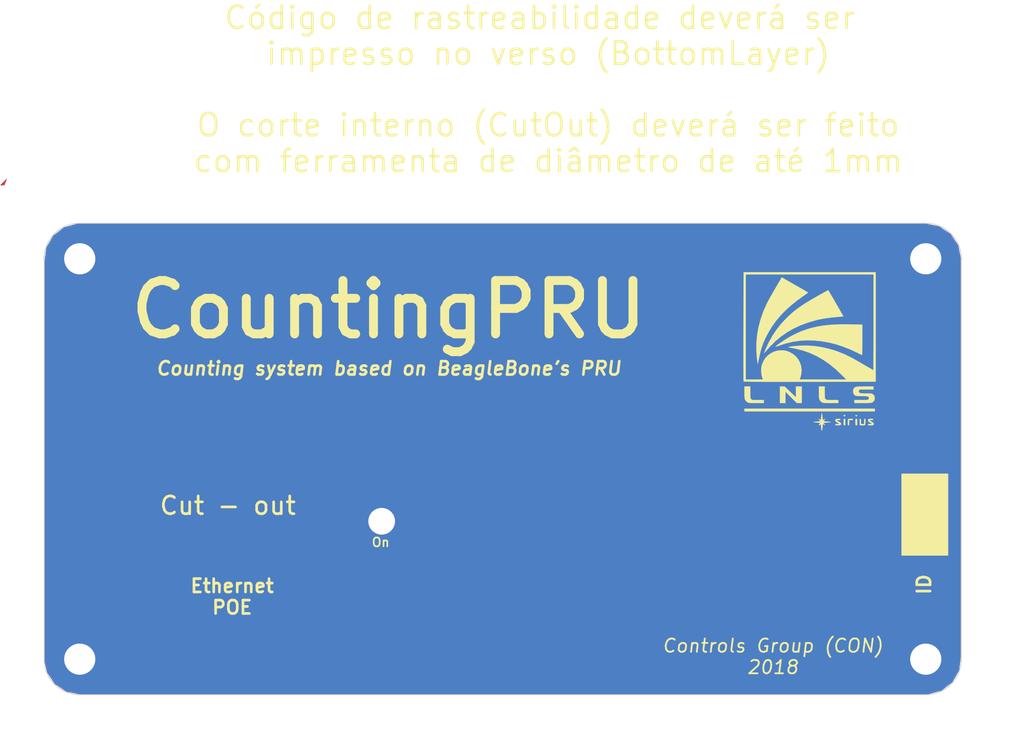
<source format=kicad_pcb>
(kicad_pcb (version 4) (host pcbnew 4.0.7-e2-6376~58~ubuntu16.04.1)

  (general
    (links 4)
    (no_connects 0)
    (area 143.5354 26.957 258.546601 110.337601)
    (thickness 1.6)
    (drawings 20)
    (tracks 0)
    (zones 0)
    (modules 6)
    (nets 2)
  )

  (page A4)
  (layers
    (0 F.Cu signal)
    (31 B.Cu signal)
    (32 B.Adhes user)
    (33 F.Adhes user)
    (34 B.Paste user)
    (35 F.Paste user)
    (36 B.SilkS user)
    (37 F.SilkS user)
    (38 B.Mask user)
    (39 F.Mask user)
    (40 Dwgs.User user)
    (41 Cmts.User user)
    (42 Eco1.User user)
    (43 Eco2.User user)
    (44 Edge.Cuts user)
    (45 Margin user)
    (46 B.CrtYd user)
    (47 F.CrtYd user)
    (48 B.Fab user)
    (49 F.Fab user)
  )

  (setup
    (last_trace_width 0.25)
    (trace_clearance 0.05)
    (zone_clearance 0)
    (zone_45_only yes)
    (trace_min 0.2)
    (segment_width 0.2)
    (edge_width 0.2)
    (via_size 0.6)
    (via_drill 0.4)
    (via_min_size 0.4)
    (via_min_drill 0.3)
    (uvia_size 0.3)
    (uvia_drill 0.1)
    (uvias_allowed no)
    (uvia_min_size 0.2)
    (uvia_min_drill 0.1)
    (pcb_text_width 0.3)
    (pcb_text_size 1.5 1.5)
    (mod_edge_width 0.15)
    (mod_text_size 1 1)
    (mod_text_width 0.15)
    (pad_size 3 3)
    (pad_drill 3)
    (pad_to_mask_clearance 0.2)
    (aux_axis_origin 0 0)
    (visible_elements FFFFF77F)
    (pcbplotparams
      (layerselection 0x3ffff_80000001)
      (usegerberextensions false)
      (excludeedgelayer true)
      (linewidth 0.100000)
      (plotframeref false)
      (viasonmask false)
      (mode 1)
      (useauxorigin false)
      (hpglpennumber 1)
      (hpglpenspeed 20)
      (hpglpendiameter 15)
      (hpglpenoverlay 2)
      (psnegative false)
      (psa4output false)
      (plotreference true)
      (plotvalue true)
      (plotinvisibletext false)
      (padsonsilk false)
      (subtractmaskfromsilk false)
      (outputformat 1)
      (mirror false)
      (drillshape 0)
      (scaleselection 1)
      (outputdirectory "gerber led/"))
  )

  (net 0 "")
  (net 1 GND)

  (net_class Default "This is the default net class."
    (clearance 0.05)
    (trace_width 0.25)
    (via_dia 0.6)
    (via_drill 0.4)
    (uvia_dia 0.3)
    (uvia_drill 0.1)
    (add_net GND)
  )

  (module Mounting_Holes:MountingHole_5mm_Pad (layer F.Cu) (tedit 5A980556) (tstamp 5A97F804)
    (at 152.4911 101.0036)
    (descr "Mounting Hole 5mm")
    (tags "mounting hole 5mm")
    (attr virtual)
    (fp_text reference "" (at 0 -6) (layer F.SilkS)
      (effects (font (size 1 1) (thickness 0.15)))
    )
    (fp_text value "" (at 0 6) (layer F.Fab)
      (effects (font (size 1 1) (thickness 0.15)))
    )
    (fp_text user %R (at 0.3 0) (layer F.Fab)
      (effects (font (size 1 1) (thickness 0.15)))
    )
    (pad 1 thru_hole circle (at 0 0) (size 6 6) (drill 3.5) (layers *.Cu *.Mask)
      (net 1 GND))
  )

  (module Mounting_Holes:MountingHole_5mm_Pad (layer F.Cu) (tedit 5A980567) (tstamp 5A97F7FE)
    (at 247.5111 101.0036)
    (descr "Mounting Hole 5mm")
    (tags "mounting hole 5mm")
    (attr virtual)
    (fp_text reference "" (at 0 -6) (layer F.SilkS)
      (effects (font (size 1 1) (thickness 0.15)))
    )
    (fp_text value "" (at 0 6) (layer F.Fab)
      (effects (font (size 1 1) (thickness 0.15)))
    )
    (fp_text user %R (at 0.3 0) (layer F.Fab)
      (effects (font (size 1 1) (thickness 0.15)))
    )
    (pad 1 thru_hole circle (at 0 0) (size 6 6) (drill 3.5) (layers *.Cu *.Mask)
      (net 1 GND))
  )

  (module Mounting_Holes:MountingHole_5mm_Pad (layer F.Cu) (tedit 5A980571) (tstamp 5A97F7F7)
    (at 247.5111 56.0036)
    (descr "Mounting Hole 5mm")
    (tags "mounting hole 5mm")
    (attr virtual)
    (fp_text reference "" (at 0 -6) (layer F.SilkS)
      (effects (font (size 1 1) (thickness 0.15)))
    )
    (fp_text value "" (at 0 6) (layer F.Fab)
      (effects (font (size 1 1) (thickness 0.15)))
    )
    (fp_text user %R (at 0.3 0) (layer F.Fab)
      (effects (font (size 1 1) (thickness 0.15)))
    )
    (pad 1 thru_hole circle (at 0 0) (size 6 6) (drill 3.5) (layers *.Cu *.Mask)
      (net 1 GND))
  )

  (module Mounting_Holes:MountingHole_5mm_Pad (layer F.Cu) (tedit 5B560830) (tstamp 5A97F799)
    (at 186.4011 85.5036)
    (descr "Mounting Hole 5mm")
    (tags "mounting hole 5mm")
    (attr virtual)
    (fp_text reference "" (at 0 -6) (layer F.SilkS)
      (effects (font (size 1 1) (thickness 0.15)))
    )
    (fp_text value "" (at 0 6) (layer F.Fab)
      (effects (font (size 1 1) (thickness 0.15)))
    )
    (fp_text user %R (at 0.3 0) (layer F.Fab)
      (effects (font (size 1 1) (thickness 0.15)))
    )
    (pad 1 thru_hole circle (at 0 0) (size 3 3) (drill 3) (layers *.Cu *.Mask)
      (net 1 GND))
  )

  (module Mounting_Holes:MountingHole_5mm_Pad (layer F.Cu) (tedit 5A980543) (tstamp 5A97F765)
    (at 152.4911 56.0036)
    (descr "Mounting Hole 5mm")
    (tags "mounting hole 5mm")
    (attr virtual)
    (fp_text reference "" (at 0 -6) (layer F.SilkS)
      (effects (font (size 1 1) (thickness 0.15)))
    )
    (fp_text value "" (at 0 6) (layer F.Fab)
      (effects (font (size 1 1) (thickness 0.15)))
    )
    (fp_text user %R (at 0.3 0) (layer F.Fab)
      (effects (font (size 1 1) (thickness 0.15)))
    )
    (pad 1 thru_hole circle (at 0 0) (size 6 6) (drill 3.5) (layers *.Cu *.Mask)
      (net 1 GND))
  )

  (module Controle:LNLS_LOGO_Silk (layer F.Cu) (tedit 0) (tstamp 5A980655)
    (at 234.4928 66.167)
    (fp_text reference G*** (at 0 0) (layer F.SilkS) hide
      (effects (font (thickness 0.3)))
    )
    (fp_text value LOGO (at 0.75 0) (layer F.SilkS) hide
      (effects (font (thickness 0.3)))
    )
    (fp_poly (pts (xy 1.364287 7.214795) (xy 1.369937 7.235488) (xy 1.38786 7.326207) (xy 1.407997 7.465123)
      (xy 1.426056 7.622552) (xy 1.426423 7.626257) (xy 1.442664 7.770152) (xy 1.459204 7.883088)
      (xy 1.472737 7.942875) (xy 1.473941 7.945323) (xy 1.511517 7.943959) (xy 1.577803 7.897841)
      (xy 1.586584 7.88981) (xy 1.667171 7.831416) (xy 1.706132 7.83328) (xy 1.693749 7.884314)
      (xy 1.641231 7.952153) (xy 1.586563 8.023599) (xy 1.572479 8.071078) (xy 1.574706 8.074501)
      (xy 1.622047 8.088456) (xy 1.729177 8.105752) (xy 1.877961 8.123742) (xy 1.981912 8.133968)
      (xy 2.189872 8.153713) (xy 2.323016 8.169446) (xy 2.384486 8.182652) (xy 2.377427 8.19481)
      (xy 2.304981 8.207405) (xy 2.170292 8.221917) (xy 2.168769 8.222065) (xy 1.995103 8.239439)
      (xy 1.82101 8.257764) (xy 1.70626 8.270549) (xy 1.517289 8.292564) (xy 1.625257 8.405259)
      (xy 1.692237 8.491092) (xy 1.705054 8.540823) (xy 1.669727 8.543612) (xy 1.592272 8.488621)
      (xy 1.583481 8.480505) (xy 1.53058 8.434908) (xy 1.494411 8.422849) (xy 1.470076 8.454153)
      (xy 1.452677 8.538645) (xy 1.437317 8.686149) (xy 1.428473 8.791455) (xy 1.40698 8.976987)
      (xy 1.379105 9.092732) (xy 1.345891 9.135825) (xy 1.312419 9.11033) (xy 1.297841 9.054402)
      (xy 1.281498 8.942141) (xy 1.266397 8.795222) (xy 1.263139 8.755232) (xy 1.247231 8.586215)
      (xy 1.228552 8.486962) (xy 1.202852 8.449098) (xy 1.16588 8.464248) (xy 1.133231 8.49923)
      (xy 1.076821 8.548354) (xy 1.050292 8.557846) (xy 1.016907 8.532223) (xy 1.028649 8.470816)
      (xy 1.079358 8.396812) (xy 1.097885 8.378623) (xy 1.179769 8.304518) (xy 1.088115 8.278769)
      (xy 0.994294 8.262147) (xy 0.862862 8.249841) (xy 0.801077 8.246873) (xy 0.646188 8.236525)
      (xy 0.492865 8.217983) (xy 0.449385 8.210515) (xy 0.372355 8.194468) (xy 0.348454 8.183148)
      (xy 0.384742 8.173081) (xy 0.488276 8.160792) (xy 0.566615 8.152815) (xy 0.735889 8.135185)
      (xy 0.901507 8.116932) (xy 1.010617 8.104072) (xy 1.181081 8.082818) (xy 1.072082 7.969047)
      (xy 1.005384 7.883719) (xy 0.991127 7.832892) (xy 1.023981 7.827783) (xy 1.098616 7.879611)
      (xy 1.109724 7.88981) (xy 1.177596 7.940502) (xy 1.219525 7.94796) (xy 1.221672 7.945323)
      (xy 1.234984 7.892217) (xy 1.25152 7.785265) (xy 1.266441 7.659076) (xy 1.284416 7.500964)
      (xy 1.303964 7.352871) (xy 1.31721 7.268307) (xy 1.334407 7.180892) (xy 1.347121 7.164909)
      (xy 1.364287 7.214795)) (layer F.SilkS) (width 0.01))
    (fp_poly (pts (xy 3.327469 7.817974) (xy 3.401775 7.829448) (xy 3.43301 7.855364) (xy 3.438769 7.893538)
      (xy 3.429826 7.937936) (xy 3.390871 7.961541) (xy 3.303714 7.970698) (xy 3.214077 7.971905)
      (xy 2.989385 7.972119) (xy 3.253154 8.130378) (xy 3.396533 8.222537) (xy 3.479813 8.293401)
      (xy 3.514277 8.353493) (xy 3.516923 8.376349) (xy 3.502315 8.462341) (xy 3.450265 8.517264)
      (xy 3.348436 8.547025) (xy 3.184491 8.557531) (xy 3.137877 8.557846) (xy 2.990445 8.555901)
      (xy 2.904734 8.547073) (xy 2.864346 8.526869) (xy 2.852884 8.490797) (xy 2.852615 8.479692)
      (xy 2.860882 8.436712) (xy 2.897387 8.413039) (xy 2.979692 8.403016) (xy 3.096846 8.401007)
      (xy 3.341077 8.400477) (xy 3.096846 8.255715) (xy 2.964678 8.172151) (xy 2.889366 8.108032)
      (xy 2.857084 8.049452) (xy 2.852615 8.01006) (xy 2.868143 7.913587) (xy 2.923111 7.853788)
      (xy 3.030101 7.82346) (xy 3.192585 7.815384) (xy 3.327469 7.817974)) (layer F.SilkS) (width 0.01))
    (fp_poly (pts (xy 3.933411 7.817962) (xy 3.961954 7.835455) (xy 3.977635 7.882504) (xy 3.984307 7.973746)
      (xy 3.985821 8.123821) (xy 3.985846 8.186615) (xy 3.985168 8.358593) (xy 3.980564 8.467056)
      (xy 3.968183 8.526644) (xy 3.944172 8.551996) (xy 3.904678 8.557752) (xy 3.888154 8.557846)
      (xy 3.842896 8.555268) (xy 3.814353 8.537774) (xy 3.798672 8.490726) (xy 3.792001 8.399484)
      (xy 3.790486 8.249409) (xy 3.790461 8.186615) (xy 3.79114 8.014637) (xy 3.795743 7.906174)
      (xy 3.808124 7.846586) (xy 3.832136 7.821233) (xy 3.871629 7.815478) (xy 3.888154 7.815384)
      (xy 3.933411 7.817962)) (layer F.SilkS) (width 0.01))
    (fp_poly (pts (xy 4.734238 7.817974) (xy 4.808545 7.829448) (xy 4.839779 7.855364) (xy 4.845538 7.893538)
      (xy 4.83621 7.938703) (xy 4.795876 7.962231) (xy 4.706016 7.970858) (xy 4.630615 7.971692)
      (xy 4.415692 7.971692) (xy 4.415692 8.264769) (xy 4.413846 8.414615) (xy 4.405429 8.502536)
      (xy 4.386122 8.544728) (xy 4.351607 8.557386) (xy 4.337538 8.557846) (xy 4.299171 8.551532)
      (xy 4.275907 8.522288) (xy 4.264023 8.45466) (xy 4.259796 8.333196) (xy 4.259385 8.233507)
      (xy 4.265283 8.052362) (xy 4.2819 7.923926) (xy 4.306277 7.862276) (xy 4.369803 7.836708)
      (xy 4.4867 7.819891) (xy 4.599354 7.815384) (xy 4.734238 7.817974)) (layer F.SilkS) (width 0.01))
    (fp_poly (pts (xy 5.262026 7.817962) (xy 5.290569 7.835455) (xy 5.306251 7.882504) (xy 5.312922 7.973746)
      (xy 5.314437 8.123821) (xy 5.314461 8.186615) (xy 5.313783 8.358593) (xy 5.309179 8.467056)
      (xy 5.296798 8.526644) (xy 5.272787 8.551996) (xy 5.233294 8.557752) (xy 5.216769 8.557846)
      (xy 5.171512 8.555268) (xy 5.142969 8.537774) (xy 5.127288 8.490726) (xy 5.120616 8.399484)
      (xy 5.119102 8.249409) (xy 5.119077 8.186615) (xy 5.119755 8.014637) (xy 5.124359 7.906174)
      (xy 5.13674 7.846586) (xy 5.160751 7.821233) (xy 5.200244 7.815478) (xy 5.216769 7.815384)
      (xy 5.262026 7.817962)) (layer F.SilkS) (width 0.01))
    (fp_poly (pts (xy 6.212521 7.821698) (xy 6.235785 7.850942) (xy 6.247669 7.91857) (xy 6.251896 8.040033)
      (xy 6.252308 8.139723) (xy 6.246409 8.320868) (xy 6.229792 8.449304) (xy 6.205415 8.510953)
      (xy 6.146323 8.533101) (xy 6.03652 8.548859) (xy 5.902108 8.557308) (xy 5.769189 8.557526)
      (xy 5.663863 8.548596) (xy 5.614051 8.531794) (xy 5.602392 8.483406) (xy 5.593429 8.376289)
      (xy 5.588523 8.229856) (xy 5.588 8.160564) (xy 5.589352 7.995317) (xy 5.595676 7.893202)
      (xy 5.610367 7.839211) (xy 5.636824 7.818336) (xy 5.666154 7.815384) (xy 5.706113 7.822306)
      (xy 5.729558 7.85387) (xy 5.74081 7.926271) (xy 5.744185 8.055705) (xy 5.744308 8.108461)
      (xy 5.744308 8.401538) (xy 6.096 8.401538) (xy 6.096 8.108461) (xy 6.097846 7.958614)
      (xy 6.106263 7.870693) (xy 6.12557 7.828502) (xy 6.160086 7.815844) (xy 6.174154 7.815384)
      (xy 6.212521 7.821698)) (layer F.SilkS) (width 0.01))
    (fp_poly (pts (xy 7.0007 7.817974) (xy 7.075006 7.829448) (xy 7.10624 7.855364) (xy 7.112 7.893538)
      (xy 7.103057 7.937936) (xy 7.064102 7.961541) (xy 6.976945 7.970698) (xy 6.887308 7.971905)
      (xy 6.662615 7.972119) (xy 6.926385 8.130378) (xy 7.069764 8.222537) (xy 7.153044 8.293401)
      (xy 7.187508 8.353493) (xy 7.190154 8.376349) (xy 7.175545 8.462341) (xy 7.123495 8.517264)
      (xy 7.021667 8.547025) (xy 6.857722 8.557531) (xy 6.811108 8.557846) (xy 6.663676 8.555901)
      (xy 6.577964 8.547073) (xy 6.537576 8.526869) (xy 6.526115 8.490797) (xy 6.525846 8.479692)
      (xy 6.534112 8.436712) (xy 6.570618 8.413039) (xy 6.652923 8.403016) (xy 6.770077 8.401007)
      (xy 7.014308 8.400477) (xy 6.770077 8.255715) (xy 6.637909 8.172151) (xy 6.562597 8.108032)
      (xy 6.530315 8.049452) (xy 6.525846 8.01006) (xy 6.541373 7.913587) (xy 6.596342 7.853788)
      (xy 6.703332 7.82346) (xy 6.865815 7.815384) (xy 7.0007 7.817974)) (layer F.SilkS) (width 0.01))
    (fp_poly (pts (xy 0.976923 7.756769) (xy 0.957385 7.776307) (xy 0.937846 7.756769) (xy 0.957385 7.73723)
      (xy 0.976923 7.756769)) (layer F.SilkS) (width 0.01))
    (fp_poly (pts (xy 3.96476 7.403855) (xy 3.985846 7.463692) (xy 3.96295 7.524977) (xy 3.888154 7.541846)
      (xy 3.811547 7.523529) (xy 3.790461 7.463692) (xy 3.813358 7.402406) (xy 3.888154 7.385538)
      (xy 3.96476 7.403855)) (layer F.SilkS) (width 0.01))
    (fp_poly (pts (xy 5.293376 7.403855) (xy 5.314461 7.463692) (xy 5.291565 7.524977) (xy 5.216769 7.541846)
      (xy 5.140162 7.523529) (xy 5.119077 7.463692) (xy 5.141973 7.402406) (xy 5.216769 7.385538)
      (xy 5.293376 7.403855)) (layer F.SilkS) (width 0.01))
    (fp_poly (pts (xy 7.307385 6.994769) (xy -7.346462 6.994769) (xy -7.346462 6.682153) (xy 7.307385 6.682153)
      (xy 7.307385 6.994769)) (layer F.SilkS) (width 0.01))
    (fp_poly (pts (xy -6.682154 4.847314) (xy -6.682425 5.127233) (xy -6.676852 5.338666) (xy -6.655856 5.491193)
      (xy -6.609858 5.594394) (xy -6.529277 5.657848) (xy -6.404535 5.691135) (xy -6.226052 5.703833)
      (xy -5.984248 5.705523) (xy -5.824238 5.70523) (xy -5.158154 5.70523) (xy -5.158154 6.056923)
      (xy -5.990028 6.056923) (xy -6.267895 6.056482) (xy -6.47961 6.054461) (xy -6.63717 6.049811)
      (xy -6.752576 6.041483) (xy -6.837826 6.02843) (xy -6.904919 6.009602) (xy -6.965855 5.983952)
      (xy -6.996259 5.969) (xy -7.145481 5.867041) (xy -7.249932 5.72337) (xy -7.258539 5.70672)
      (xy -7.290773 5.637245) (xy -7.314034 5.567052) (xy -7.32977 5.482154) (xy -7.339426 5.36857)
      (xy -7.344449 5.212315) (xy -7.346285 4.999405) (xy -7.346462 4.856796) (xy -7.346462 4.18123)
      (xy -6.682154 4.18123) (xy -6.682154 4.847314)) (layer F.SilkS) (width 0.01))
    (fp_poly (pts (xy -0.898769 6.056923) (xy -1.464522 6.056923) (xy -2.099953 5.422367) (xy -2.735385 4.787811)
      (xy -2.735385 6.056923) (xy -3.360615 6.056923) (xy -3.360615 4.18123) (xy -3.096846 4.182116)
      (xy -2.833077 4.183003) (xy -1.563077 5.399827) (xy -1.563077 4.18123) (xy -0.898769 4.18123)
      (xy -0.898769 6.056923)) (layer F.SilkS) (width 0.01))
    (fp_poly (pts (xy 1.680308 4.847314) (xy 1.680667 5.090149) (xy 1.682798 5.267373) (xy 1.688279 5.391531)
      (xy 1.698689 5.475167) (xy 1.715607 5.530823) (xy 1.740612 5.571044) (xy 1.775284 5.608374)
      (xy 1.776224 5.609314) (xy 1.813636 5.644231) (xy 1.853646 5.669444) (xy 1.908798 5.686534)
      (xy 1.991635 5.697078) (xy 2.114702 5.702656) (xy 2.290541 5.704847) (xy 2.531696 5.70523)
      (xy 3.204308 5.70523) (xy 3.204308 6.056923) (xy 2.372434 6.056923) (xy 2.094566 6.056482)
      (xy 1.882852 6.054461) (xy 1.725291 6.049811) (xy 1.609886 6.041483) (xy 1.524636 6.02843)
      (xy 1.457542 6.009602) (xy 1.396607 5.983952) (xy 1.366203 5.969) (xy 1.216981 5.867041)
      (xy 1.112529 5.72337) (xy 1.103923 5.70672) (xy 1.071689 5.637245) (xy 1.048427 5.567052)
      (xy 1.032692 5.482154) (xy 1.023036 5.36857) (xy 1.018013 5.212315) (xy 1.016176 4.999405)
      (xy 1.016 4.856796) (xy 1.016 4.18123) (xy 1.680308 4.18123) (xy 1.680308 4.847314)) (layer F.SilkS) (width 0.01))
    (fp_poly (pts (xy 7.151077 4.532923) (xy 5.589802 4.532923) (xy 5.527508 4.627994) (xy 5.492442 4.739362)
      (xy 5.529325 4.840732) (xy 5.632087 4.917541) (xy 5.651535 4.925562) (xy 5.724185 4.938672)
      (xy 5.858443 4.949778) (xy 6.03777 4.957986) (xy 6.245629 4.962403) (xy 6.342775 4.962915)
      (xy 6.576338 4.964018) (xy 6.74613 4.968241) (xy 6.866517 4.977154) (xy 6.951864 4.992329)
      (xy 7.01654 5.015335) (xy 7.065505 5.041924) (xy 7.19788 5.165042) (xy 7.278549 5.328998)
      (xy 7.303122 5.512428) (xy 7.267208 5.693967) (xy 7.218682 5.787375) (xy 7.161585 5.866431)
      (xy 7.101662 5.928354) (xy 7.028969 5.975224) (xy 6.933561 6.009121) (xy 6.805493 6.032122)
      (xy 6.634823 6.046309) (xy 6.411604 6.05376) (xy 6.125893 6.056555) (xy 5.929923 6.056862)
      (xy 5.001846 6.056923) (xy 5.001846 5.70523) (xy 5.75779 5.70523) (xy 6.021521 5.704621)
      (xy 6.218186 5.70215) (xy 6.358866 5.696852) (xy 6.454643 5.687762) (xy 6.516599 5.673915)
      (xy 6.555816 5.654347) (xy 6.578405 5.633769) (xy 6.636508 5.523833) (xy 6.624101 5.414954)
      (xy 6.556228 5.336215) (xy 6.50673 5.312108) (xy 6.430062 5.295015) (xy 6.314211 5.283901)
      (xy 6.147161 5.277728) (xy 5.916899 5.275462) (xy 5.850903 5.275384) (xy 5.579027 5.272982)
      (xy 5.373023 5.26362) (xy 5.220699 5.244069) (xy 5.109862 5.211097) (xy 5.028318 5.161473)
      (xy 4.963876 5.091966) (xy 4.92211 5.029256) (xy 4.860707 4.864272) (xy 4.849104 4.675259)
      (xy 4.887466 4.496776) (xy 4.919225 4.432103) (xy 4.968871 4.359156) (xy 5.024941 4.301815)
      (xy 5.096981 4.258221) (xy 5.19454 4.226518) (xy 5.327166 4.20485) (xy 5.504406 4.19136)
      (xy 5.735808 4.184192) (xy 6.030921 4.181488) (xy 6.209367 4.18123) (xy 7.151077 4.18123)
      (xy 7.151077 4.532923)) (layer F.SilkS) (width 0.01))
    (fp_poly (pts (xy 7.405077 3.653692) (xy -0.010957 3.663562) (xy -0.936873 3.664703) (xy -1.787446 3.665549)
      (xy -2.565485 3.666086) (xy -3.273799 3.666298) (xy -3.9152 3.66617) (xy -4.492496 3.665689)
      (xy -5.008496 3.664839) (xy -5.466012 3.663605) (xy -5.867853 3.661973) (xy -6.216827 3.659928)
      (xy -6.515746 3.657455) (xy -6.767419 3.654539) (xy -6.974655 3.651166) (xy -7.140265 3.64732)
      (xy -7.267058 3.642988) (xy -7.357843 3.638154) (xy -7.415431 3.632803) (xy -7.442632 3.626921)
      (xy -7.445608 3.624485) (xy -7.447632 3.580551) (xy -7.449468 3.462691) (xy -7.451111 3.27513)
      (xy -7.452555 3.022096) (xy -7.453794 2.707815) (xy -7.454822 2.336513) (xy -7.455633 1.912419)
      (xy -7.456222 1.439757) (xy -7.456582 0.922756) (xy -7.456708 0.365642) (xy -7.456593 -0.22736)
      (xy -7.456233 -0.852021) (xy -7.45562 -1.504115) (xy -7.454749 -2.179416) (xy -7.45419 -2.54)
      (xy -7.444571 -8.401539) (xy -7.190154 -8.401539) (xy -7.190154 3.399692) (xy -6.232769 3.399692)
      (xy -5.968539 3.399258) (xy -5.732246 3.398039) (xy -5.534459 3.396158) (xy -5.385749 3.393737)
      (xy -5.296683 3.3909) (xy -5.275385 3.388568) (xy -5.287711 3.349064) (xy -5.319874 3.256961)
      (xy -5.360501 3.144337) (xy -5.424266 2.900854) (xy -5.460591 2.612609) (xy -5.468745 2.308288)
      (xy -5.447997 2.016577) (xy -5.397616 1.766163) (xy -5.395779 1.760049) (xy -5.239485 1.372098)
      (xy -5.02282 1.025841) (xy -4.753333 0.726974) (xy -4.438574 0.481195) (xy -4.086092 0.2942)
      (xy -3.703437 0.171685) (xy -3.298158 0.119348) (xy -3.219411 0.117808) (xy -2.904822 0.132754)
      (xy -2.628679 0.184244) (xy -2.356743 0.280103) (xy -2.207846 0.348989) (xy -1.844385 0.569215)
      (xy -1.535707 0.841101) (xy -1.285678 1.157526) (xy -1.098159 1.51137) (xy -0.977016 1.895511)
      (xy -0.926112 2.302829) (xy -0.943118 2.679916) (xy -0.972721 2.859882) (xy -1.014218 3.041174)
      (xy -1.056606 3.178657) (xy -1.098683 3.290969) (xy -1.126508 3.368325) (xy -1.133211 3.389923)
      (xy -1.095206 3.391585) (xy -0.985454 3.393159) (xy -0.810363 3.394619) (xy -0.576341 3.395942)
      (xy -0.289795 3.397104) (xy 0.042867 3.39808) (xy 0.415237 3.398847) (xy 0.820909 3.399381)
      (xy 1.253475 3.399658) (xy 1.471783 3.399692) (xy 4.076797 3.399692) (xy 3.591706 2.907758)
      (xy 2.911478 2.263027) (xy 2.216749 1.694352) (xy 1.505605 1.200657) (xy 0.776132 0.780864)
      (xy 0.026417 0.433897) (xy -0.745455 0.158677) (xy -1.541397 -0.045872) (xy -1.719385 -0.081394)
      (xy -1.937685 -0.123384) (xy -2.131563 -0.161841) (xy -2.286897 -0.193872) (xy -2.389563 -0.216582)
      (xy -2.422769 -0.225474) (xy -2.424982 -0.242774) (xy -2.357953 -0.26417) (xy -2.230413 -0.288425)
      (xy -2.051091 -0.314304) (xy -1.828719 -0.340569) (xy -1.572026 -0.365984) (xy -1.289743 -0.389314)
      (xy -1.239956 -0.392975) (xy -0.392436 -0.415889) (xy 0.466554 -0.364475) (xy 1.32999 -0.240344)
      (xy 2.19085 -0.045102) (xy 3.04211 0.219643) (xy 3.876748 0.552281) (xy 4.68774 0.951206)
      (xy 4.729365 0.97386) (xy 4.900041 1.068571) (xy 5.122508 1.194084) (xy 5.381228 1.341517)
      (xy 5.660662 1.501986) (xy 5.945274 1.666609) (xy 6.162432 1.793099) (xy 6.408117 1.936252)
      (xy 6.631571 2.065584) (xy 6.823997 2.176074) (xy 6.976598 2.262699) (xy 7.080576 2.320438)
      (xy 7.127136 2.344269) (xy 7.128528 2.344615) (xy 7.13122 2.306282) (xy 7.133819 2.194256)
      (xy 7.136308 2.013) (xy 7.138669 1.766974) (xy 7.140881 1.460642) (xy 7.142927 1.098463)
      (xy 7.144788 0.684899) (xy 7.146444 0.224413) (xy 7.147878 -0.278534) (xy 7.149071 -0.819481)
      (xy 7.150004 -1.393967) (xy 7.150657 -1.997528) (xy 7.151014 -2.625705) (xy 7.151077 -3.028462)
      (xy 7.151077 -8.401539) (xy -7.190154 -8.401539) (xy -7.444571 -8.401539) (xy -7.444154 -8.655539)
      (xy 7.405077 -8.655539) (xy 7.405077 3.653692)) (layer F.SilkS) (width 0.01))
    (fp_poly (pts (xy -3.029847 -8.013203) (xy -2.958267 -7.970998) (xy -2.828937 -7.895832) (xy -2.651966 -7.793509)
      (xy -2.437465 -7.669836) (xy -2.195543 -7.53062) (xy -1.936311 -7.381665) (xy -1.669878 -7.228779)
      (xy -1.406354 -7.077767) (xy -1.15585 -6.934435) (xy -0.928475 -6.804591) (xy -0.734339 -6.69404)
      (xy -0.615528 -6.626656) (xy -0.455103 -6.534078) (xy -0.322934 -6.454316) (xy -0.232087 -6.395507)
      (xy -0.195629 -6.365792) (xy -0.195451 -6.364994) (xy -0.225898 -6.335258) (xy -0.309229 -6.271027)
      (xy -0.43335 -6.181232) (xy -0.586167 -6.074806) (xy -0.615462 -6.054796) (xy -1.386469 -5.502773)
      (xy -2.084122 -4.945683) (xy -2.713221 -4.378384) (xy -3.278565 -3.795732) (xy -3.784954 -3.192583)
      (xy -4.237188 -2.563796) (xy -4.640066 -1.904225) (xy -4.843614 -1.524) (xy -5.058874 -1.08115)
      (xy -5.23821 -0.661742) (xy -5.38906 -0.243876) (xy -5.518861 0.194347) (xy -5.635052 0.674826)
      (xy -5.705556 1.013868) (xy -5.75986 1.282454) (xy -5.802053 1.476242) (xy -5.832737 1.597545)
      (xy -5.852513 1.648677) (xy -5.861983 1.631952) (xy -5.862778 1.618435) (xy -5.868673 1.566675)
      (xy -5.883566 1.455936) (xy -5.904943 1.304541) (xy -5.921295 1.191846) (xy -5.942936 1.01258)
      (xy -5.964257 0.780034) (xy -5.98333 0.519065) (xy -5.998224 0.25453) (xy -6.003204 0.136769)
      (xy -5.997525 -0.761071) (xy -5.914041 -1.655805) (xy -5.753082 -2.546141) (xy -5.514976 -3.430784)
      (xy -5.200053 -4.308441) (xy -4.80864 -5.177819) (xy -4.507235 -5.748829) (xy -4.409193 -5.922284)
      (xy -4.28059 -6.147043) (xy -4.130647 -6.407141) (xy -3.96859 -6.686613) (xy -3.80364 -6.969494)
      (xy -3.689994 -7.163373) (xy -3.148463 -8.084935) (xy -3.029847 -8.013203)) (layer F.SilkS) (width 0.01))
    (fp_poly (pts (xy 4.504447 -2.798666) (xy 4.713065 -2.794214) (xy 5.900615 -2.765485) (xy 5.900615 -1.050589)
      (xy 5.89997 -0.693121) (xy 5.898125 -0.361043) (xy 5.895214 -0.062231) (xy 5.891373 0.195439)
      (xy 5.886737 0.40409) (xy 5.88144 0.555845) (xy 5.875617 0.642827) (xy 5.871308 0.660958)
      (xy 5.826968 0.643015) (xy 5.727489 0.59654) (xy 5.587371 0.528471) (xy 5.421116 0.445749)
      (xy 5.412154 0.44124) (xy 4.562649 0.041877) (xy 3.734848 -0.288667) (xy 2.919088 -0.553159)
      (xy 2.105708 -0.754364) (xy 1.285044 -0.895047) (xy 0.455981 -0.97742) (xy -0.342453 -0.997117)
      (xy -1.125824 -0.949298) (xy -1.904715 -0.832414) (xy -2.689712 -0.644918) (xy -3.421321 -0.410544)
      (xy -3.584752 -0.354627) (xy -3.722025 -0.312285) (xy -3.815898 -0.288566) (xy -3.8471 -0.285906)
      (xy -3.842909 -0.314364) (xy -3.780445 -0.377254) (xy -3.668383 -0.468687) (xy -3.515399 -0.582775)
      (xy -3.33017 -0.713629) (xy -3.121371 -0.85536) (xy -2.897678 -1.00208) (xy -2.667769 -1.1479)
      (xy -2.440317 -1.28693) (xy -2.224 -1.413284) (xy -2.027494 -1.521071) (xy -2.026498 -1.521595)
      (xy -1.463464 -1.799984) (xy -0.902593 -2.040701) (xy -0.335569 -2.245315) (xy 0.245923 -2.415398)
      (xy 0.850202 -2.552519) (xy 1.485582 -2.658249) (xy 2.16038 -2.734158) (xy 2.882913 -2.781817)
      (xy 3.661497 -2.802796) (xy 4.504447 -2.798666)) (layer F.SilkS) (width 0.01))
    (fp_poly (pts (xy 2.167159 -6.476359) (xy 2.216689 -6.394134) (xy 2.295921 -6.259859) (xy 2.399903 -6.082123)
      (xy 2.523683 -5.869515) (xy 2.662311 -5.630623) (xy 2.810833 -5.374038) (xy 2.964299 -5.108348)
      (xy 3.117756 -4.842142) (xy 3.266254 -4.584009) (xy 3.404841 -4.342539) (xy 3.528564 -4.126321)
      (xy 3.632472 -3.943943) (xy 3.711614 -3.803995) (xy 3.761038 -3.715066) (xy 3.775995 -3.685681)
      (xy 3.737043 -3.68025) (xy 3.632456 -3.669417) (xy 3.474479 -3.654349) (xy 3.275353 -3.636213)
      (xy 3.047424 -3.616187) (xy 2.469228 -3.560252) (xy 1.95412 -3.497116) (xy 1.487184 -3.424465)
      (xy 1.053506 -3.339986) (xy 0.648485 -3.244029) (xy -0.235678 -2.984577) (xy -1.061026 -2.676429)
      (xy -1.831871 -2.316964) (xy -2.552524 -1.903563) (xy -3.227295 -1.433605) (xy -3.860498 -0.904472)
      (xy -4.456442 -0.313543) (xy -4.786778 0.058615) (xy -4.921968 0.21794) (xy -5.01449 0.326112)
      (xy -5.072408 0.391427) (xy -5.103791 0.422178) (xy -5.116703 0.426661) (xy -5.119211 0.41317)
      (xy -5.119077 0.400331) (xy -5.103389 0.341419) (xy -5.060501 0.22635) (xy -4.996674 0.069598)
      (xy -4.91817 -0.114367) (xy -4.831253 -0.311073) (xy -4.742185 -0.506048) (xy -4.657227 -0.68482)
      (xy -4.599194 -0.801077) (xy -4.212116 -1.495836) (xy -3.791153 -2.134992) (xy -3.321986 -2.738609)
      (xy -2.814162 -3.302) (xy -2.498358 -3.62135) (xy -2.188103 -3.915002) (xy -1.873717 -4.190105)
      (xy -1.545521 -4.453809) (xy -1.193835 -4.713263) (xy -0.808981 -4.975615) (xy -0.381278 -5.248016)
      (xy 0.098952 -5.537614) (xy 0.625231 -5.842352) (xy 0.84581 -5.967637) (xy 1.077545 -6.098483)
      (xy 1.307337 -6.227569) (xy 1.522088 -6.347576) (xy 1.708696 -6.451186) (xy 1.854063 -6.531077)
      (xy 1.945089 -6.579931) (xy 1.947297 -6.581075) (xy 2.064713 -6.641793) (xy 2.167159 -6.476359)) (layer F.SilkS) (width 0.01))
  )

  (gr_text "Counting system based on BeagleBone's PRU" (at 187.2 68.33) (layer F.SilkS)
    (effects (font (size 1.5 1.5) (thickness 0.3) italic))
  )
  (gr_text "Código de rastreabilidade deverá ser \nimpresso no verso (BottomLayer)\n\nO corte interno (CutOut) deverá ser feito\ncom ferramenta de diâmetro de até 1mm" (at 205.105 36.957) (layer F.SilkS)
    (effects (font (size 2.5 2.5) (thickness 0.3)))
  )
  (gr_text CountingPRU (at 187.198 61.722) (layer F.SilkS)
    (effects (font (size 6 6) (thickness 1)))
  )
  (gr_text "Controls Group (CON)\n2018" (at 230.34 100.7) (layer F.SilkS)
    (effects (font (size 1.5 1.5) (thickness 0.2) italic))
  )
  (gr_text On (at 186.3 87.87) (layer F.SilkS)
    (effects (font (size 1 1) (thickness 0.1875)))
  )
  (gr_text "Ethernet\nPOE" (at 169.61 93.98) (layer F.SilkS)
    (effects (font (size 1.5 1.5) (thickness 0.3)))
  )
  (gr_text ID (at 247.17756 92.60264 270) (layer F.SilkS)
    (effects (font (size 1.5 1.5) (thickness 0.3)) (justify mirror))
  )
  (gr_text "Cut - out" (at 169.1259 83.7438) (layer F.SilkS)
    (effects (font (size 2 2) (thickness 0.3)))
  )
  (gr_line (start 161.7011 77.2036) (end 161.7011 91.0036) (layer Dwgs.User) (width 0.1))
  (gr_line (start 177.5011 77.2036) (end 161.7011 77.2036) (layer Dwgs.User) (width 0.1))
  (gr_line (start 177.5011 91.0036) (end 177.5011 77.2036) (layer Dwgs.User) (width 0.1))
  (gr_line (start 161.7011 91.0036) (end 177.5011 91.0036) (layer Dwgs.User) (width 0.1))
  (gr_arc (start 247.5111 56.0036) (end 251.5011 56.286266) (angle -94) (layer Edge.Cuts) (width 0.1))
  (gr_arc (start 247.5111 101.0036) (end 247.5111 105.0036) (angle -94) (layer Edge.Cuts) (width 0.1))
  (gr_arc (start 152.4911 56.0036) (end 152.4911 52.0036) (angle -94) (layer Edge.Cuts) (width 0.1))
  (gr_arc (start 152.4911 101.0036) (end 148.5011 101.286266) (angle -85.9) (layer Edge.Cuts) (width 0.1))
  (gr_line (start 148.5011 55.720934) (end 148.5011 101.286266) (layer Edge.Cuts) (width 0.1))
  (gr_line (start 247.5111 52.0036) (end 152.4911 52.0036) (layer Edge.Cuts) (width 0.1))
  (gr_line (start 251.5011 101.286266) (end 251.5011 55.720934) (layer Edge.Cuts) (width 0.1))
  (gr_line (start 152.4911 105.0036) (end 247.5111 105.0036) (layer Edge.Cuts) (width 0.1))

  (zone (net 1) (net_name GND) (layer F.Cu) (tstamp 5A9802D6) (hatch edge 0.508)
    (connect_pads yes (clearance 0))
    (min_thickness 0.05)
    (fill yes (arc_segments 16) (thermal_gap 0.508) (thermal_bridge_width 0.508))
    (polygon
      (pts
        (xy 258.5466 110.3376) (xy 143.5354 107.8992) (xy 143.9418 47.9552) (xy 144.024139 47.749353) (xy 256.1082 47.1424)
      )
    )
    (filled_polygon
      (pts
        (xy 249.015875 52.380101) (xy 250.287985 53.231778) (xy 251.137338 54.505437) (xy 251.4261 55.964096) (xy 251.4261 100.721838)
        (xy 251.231877 102.248553) (xy 250.472227 103.577666) (xy 249.261771 104.514902) (xy 247.778802 104.919206) (xy 247.509799 104.9286)
        (xy 152.495193 104.9286) (xy 150.986611 104.627218) (xy 149.714435 103.775643) (xy 148.86421 102.500894) (xy 148.5761 101.277552)
        (xy 148.5761 56.285362) (xy 148.770323 54.758647) (xy 149.529974 53.429533) (xy 150.74043 52.492298) (xy 152.223398 52.087994)
        (xy 152.4924 52.0786) (xy 247.507315 52.0786)
      )
    )
  )
  (zone (net 0) (net_name "") (layer F.Cu) (tstamp 5A98032D) (hatch edge 0.508)
    (connect_pads no (clearance 0))
    (min_thickness 0.05)
    (fill yes (arc_segments 16) (thermal_gap 0.508) (thermal_bridge_width 0.508))
    (polygon
      (pts
        (xy 144.024139 47.749353) (xy 143.5354 47.752) (xy 144.3482 46.9392)
      )
    )
    (filled_polygon
      (pts
        (xy 144.007177 47.724444) (xy 143.596085 47.726671) (xy 144.279753 47.043003)
      )
    )
  )
  (zone (net 1) (net_name GND) (layer B.Cu) (tstamp 5A9805D9) (hatch edge 0.508)
    (connect_pads yes (clearance 0))
    (min_thickness 0.05)
    (fill yes (arc_segments 16) (thermal_gap 0.508) (thermal_bridge_width 0.508))
    (polygon
      (pts
        (xy 147.066 51.689) (xy 146.304 104.013) (xy 150.241 106.426) (xy 249.00128 106.84256) (xy 257.71856 100.47224)
        (xy 253.60884 53.22824) (xy 246.90324 49.87544) (xy 148.83384 49.59604)
      )
    )
    (filled_polygon
      (pts
        (xy 249.015875 52.380101) (xy 250.287985 53.231778) (xy 251.137338 54.505437) (xy 251.4261 55.964096) (xy 251.4261 100.721838)
        (xy 251.231877 102.248553) (xy 250.472227 103.577666) (xy 249.261771 104.514902) (xy 247.778802 104.919206) (xy 247.509799 104.9286)
        (xy 152.495193 104.9286) (xy 150.986611 104.627218) (xy 149.714435 103.775643) (xy 148.86421 102.500894) (xy 148.5761 101.277552)
        (xy 148.5761 56.285362) (xy 148.770323 54.758647) (xy 149.529974 53.429533) (xy 150.74043 52.492298) (xy 152.223398 52.087994)
        (xy 152.4924 52.0786) (xy 247.507315 52.0786)
      )
    )
  )
  (zone (net 0) (net_name "") (layer F.SilkS) (tstamp 5A9809E7) (hatch edge 0.508)
    (connect_pads yes (clearance 0))
    (min_thickness 0.05)
    (fill yes (arc_segments 16) (thermal_gap 0.508) (thermal_bridge_width 0.508))
    (polygon
      (pts
        (xy 245.1608 89.36668) (xy 250.0376 89.36668) (xy 250.0376 80.14648) (xy 244.7798 80.14648) (xy 244.7798 89.36668)
        (xy 245.33352 89.36668)
      )
    )
    (filled_polygon
      (pts
        (xy 250.0126 89.34168) (xy 244.8048 89.34168) (xy 244.8048 80.17148) (xy 250.0126 80.17148)
      )
    )
  )
)

</source>
